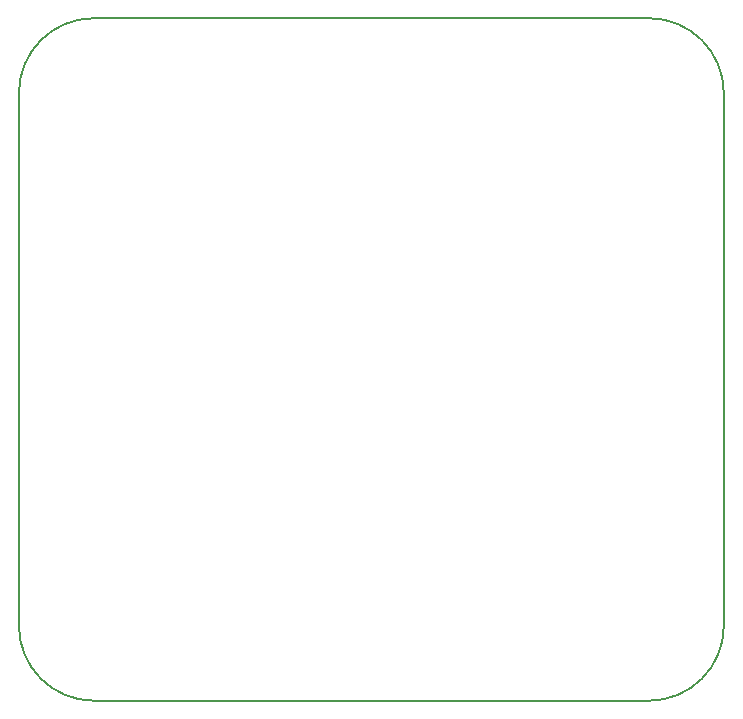
<source format=gbr>
G04 #@! TF.GenerationSoftware,KiCad,Pcbnew,(5.0.1-3-g963ef8bb5)*
G04 #@! TF.CreationDate,2019-04-02T14:03:19+07:00*
G04 #@! TF.ProjectId,STMaytal32v04,53544D617974616C33327630342E6B69,rev?*
G04 #@! TF.SameCoordinates,Original*
G04 #@! TF.FileFunction,Profile,NP*
%FSLAX46Y46*%
G04 Gerber Fmt 4.6, Leading zero omitted, Abs format (unit mm)*
G04 Created by KiCad (PCBNEW (5.0.1-3-g963ef8bb5)) date Tuesday, April 02, 2019 at 02:03:19 PM*
%MOMM*%
%LPD*%
G01*
G04 APERTURE LIST*
%ADD10C,0.200000*%
G04 APERTURE END LIST*
D10*
X172085000Y-79375000D02*
X172085000Y-124460000D01*
X225425000Y-73025000D02*
X178435000Y-73025000D01*
X231775000Y-124460000D02*
X231775000Y-79375000D01*
X178435000Y-130810000D02*
X225425000Y-130810000D01*
X172085000Y-79375000D02*
G75*
G02X178435000Y-73025000I6350000J0D01*
G01*
X178435000Y-130810000D02*
G75*
G02X172085000Y-124460000I0J6350000D01*
G01*
X231775000Y-124460000D02*
G75*
G02X225425000Y-130810000I-6350000J0D01*
G01*
X225425000Y-73025000D02*
G75*
G02X231775000Y-79375000I0J-6350000D01*
G01*
M02*

</source>
